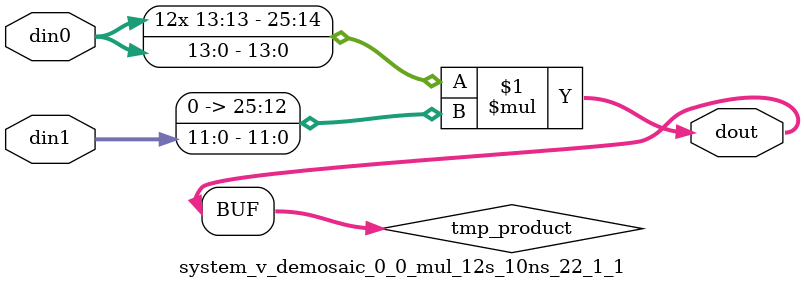
<source format=v>

`timescale 1 ns / 1 ps

  module system_v_demosaic_0_0_mul_12s_10ns_22_1_1(din0, din1, dout);
parameter ID = 1;
parameter NUM_STAGE = 0;
parameter din0_WIDTH = 14;
parameter din1_WIDTH = 12;
parameter dout_WIDTH = 26;

input [din0_WIDTH - 1 : 0] din0; 
input [din1_WIDTH - 1 : 0] din1; 
output [dout_WIDTH - 1 : 0] dout;

wire signed [dout_WIDTH - 1 : 0] tmp_product;












assign tmp_product = $signed(din0) * $signed({1'b0, din1});









assign dout = tmp_product;







endmodule

</source>
